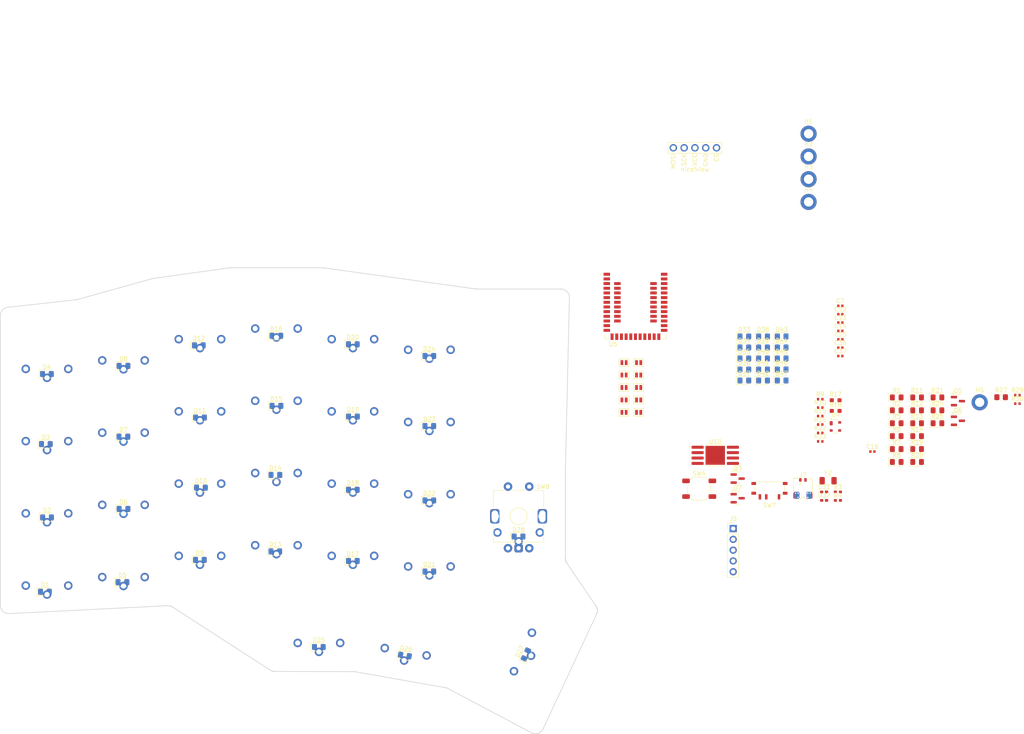
<source format=kicad_pcb>
(kicad_pcb (version 20241229) (generator "pcbnew") (generator_version "9.0")
  (title_block (title "tutorial") (rev "v1.0.0") (company "Unknown"))
  (layers (0 "F.Cu" signal) (2 "B.Cu" signal) (13 "F.Paste" user) (15 "B.Paste" user) (5 "F.SilkS" user "F.Silkscreen") (7 "B.SilkS" user "B.Silkscreen") (1 "F.Mask" user) (3 "B.Mask" user) (25 "Edge.Cuts" user))
  (net 0 "")
  (net 1 "SWDIO")
  (net 2 "RST")
  (net 3 "Case")
  (net 4 "+5V")
  (net 5 "+VSW")
  (net 6 "+3.3V")
  (net 7 "SWDCLK")
  (net 8 "Net-(D1-A)")
  (net 9 "ROW3")
  (net 10 "ROW2")
  (net 11 "Net-(D2-A)")
  (net 12 "ROW1")
  (net 13 "Net-(D3-A)")
  (net 14 "ROW0")
  (net 15 "Net-(D4-A)")
  (net 16 "Net-(D5-A)")
  (net 17 "Net-(D6-A)")
  (net 18 "Net-(D7-A)")
  (net 19 "Net-(D8-A)")
  (net 20 "Net-(D9-A)")
  (net 21 "Net-(D10-A)")
  (net 22 "Net-(D11-A)")
  (net 23 "Net-(D12-A)")
  (net 24 "Net-(D13-A)")
  (net 25 "Net-(D14-A)")
  (net 26 "Net-(D15-A)")
  (net 27 "Net-(D16-A)")
  (net 28 "Net-(D17-A)")
  (net 29 "Net-(D18-A)")
  (net 30 "Net-(D19-A)")
  (net 31 "Net-(D20-A)")
  (net 32 "Net-(D21-A)")
  (net 33 "Net-(D22-A)")
  (net 34 "Net-(D23-A)")
  (net 35 "Net-(D24-A)")
  (net 36 "ROW4")
  (net 37 "Net-(D25-A)")
  (net 38 "Net-(D26-A)")
  (net 39 "Net-(D27-A)")
  (net 40 "Net-(D28-A)")
  (net 41 "Net-(D31-K)")
  (net 42 "Net-(D32-K)")
  (net 43 "LED_PWR")
  (net 44 "Net-(D33-K)")
  (net 45 "MOSI")
  (net 46 "SCK")
  (net 47 "+BATT")
  (net 48 "Net-(J2-CC1)")
  (net 49 "Net-(J2-CC2)")
  (net 50 "Net-(U10-CHRG)")
  (net 51 "Net-(U10-STDBY)")
  (net 52 "Net-(U10-PROG)")
  (net 53 "EncoderTermB")
  (net 54 "EncoderTermA")
  (net 55 "Vsense")
  (net 56 "COL0")
  (net 57 "COL1")
  (net 58 "COL2")
  (net 59 "COL3")
  (net 60 "COL4")
  (net 61 "COL5")
  (net 62 "Net-(D34-K)")
  (net 64 "D-")
  (net 65 "D+")
  (net 67 "Net-(D35-K)")
  (net 74 "CS")
  (net 96 "Net-(D36-K)")
  (net 97 "Net-(D37-K)")
  (net 98 "Net-(D38-K)")
  (net 99 "Net-(D39-K)")
  (net 100 "Net-(D40-K)")
  (net 101 "Net-(D41-K)")
  (net 102 "Net-(D42-K)")
  (net 103 "Net-(D43-K)")
  (net 104 "Net-(D44-K)")
  (net 105 "Net-(D45-K)")
  (net 106 "Net-(D46-K)")
  (net 107 "Net-(D47-K)")
  (net 108 "Net-(F2-Pad1)")
  (net 109 "Net-(J7-Pin_1)")
  (net 110 "Net-(Q5-G)")
  (net 111 "Net-(Q5-D)")
  (net 112 "Net-(R23-Pad2)")
  (net 113 "LED_Ctrl")
  (net 114 "Vsense_EN")
  (net 115 "Net-(JP1-B)")
  (net 116 "Net-(JP2-B)")
  (net 117 "Net-(JP3-B)")
  (net 118 "Net-(JP4-B)")
  (net 119 "Net-(JP10-B)")
  (footprint "reversible_skyline:reversible_D_0805_2012Metric_Pad1.15x1.40mm_HandSolder" (layer "F.Cu") (at 167.975 120.75)
    (property "Reference" "D7")
    (property "Value" "D_Small")
  )
  (footprint "PCM_marbastlib-xp-choc:SW_choc_Reversible_1u" (layer "F.Cu") (at 240 96.5)
    (property "Reference" "S24" (hide yes))
    (property "Value" "choc_v1_SW_solder")
  )
  (footprint "LED_SMD:LED_0402_1005Metric_Pad0.77x0.64mm_HandSolder" (layer "F.Cu") (at 332.9025 133.76)
    (property "Reference" "D31")
    (property "Value" "orange")
  )
  (footprint "reversible_skyline:reversible_D_0805_2012Metric_Pad1.15x1.40mm_HandSolder" (layer "F.Cu") (at 168 104.09)
    (property "Reference" "D8")
    (property "Value" "D_Small")
  )
  (footprint "Resistor_SMD:R_0402_1005Metric" (layer "F.Cu") (at 378.4 112.97)
    (property "Reference" "R30")
    (property "Value" "10k")
  )
  (footprint "LED_SMD:LED_0805_2012Metric_Pad1.15x1.40mm_HandSolder" (layer "F.Cu") (at 359.585 111.505)
    (property "Reference" "R21")
    (property "Value" "1.5k")
  )
  (footprint "PCM_marbastlib-xp-choc:SW_choc_Reversible_1u" (layer "F.Cu") (at 186 94)
    (property "Reference" "S12" (hide yes))
    (property "Value" "choc_v1_SW_solder")
  )
  (footprint "LED_SMD:LED_0805_2012Metric_Pad1.15x1.40mm_HandSolder" (layer "F.Cu") (at 349.995 120.625)
    (property "Reference" "R6")
    (property "Value" "1.5k")
  )
  (footprint "Resistor_SMD:R_0402_1005Metric" (layer "F.Cu") (at 331.9925 111.92)
    (property "Reference" "R9")
    (property "Value" "1k5")
  )
  (footprint "reversible_skyline:reversible_D_0805_2012Metric_Pad1.15x1.40mm_HandSolder" (layer "F.Cu") (at 185.975 149.75)
    (property "Reference" "D9")
    (property "Value" "D_Small")
  )
  (footprint "reversible_skyline:reversible_D_0805_2012Metric_Pad1.15x1.40mm_HandSolder" (layer "F.Cu") (at 322.92 99.75)
    (property "Reference" "D44")
    (property "Value" "LED")
  )
  (footprint "Resistor_SMD:R_0402_1005Metric" (layer "F.Cu") (at 378.4 110.98)
    (property "Reference" "R29")
    (property "Value" "10k")
  )
  (footprint "PCM_marbastlib-xp-choc:SW_choc_Reversible_1u" (layer "F.Cu") (at 186 111)
    (property "Reference" "S11" (hide yes))
    (property "Value" "choc_v1_SW_solder")
  )
  (footprint "reversible_skyline:reversible_D_0805_2012Metric_Pad1.15x1.40mm_HandSolder" (layer "F.Cu") (at 221.975 133.25)
    (property "Reference" "D18")
    (property "Value" "D_Small")
  )
  (footprint "reversible_skyline:reversible_D_0805_2012Metric_Pad1.15x1.40mm_HandSolder" (layer "F.Cu") (at 186 116.25)
    (property "Reference" "D11")
    (property "Value" "D_Small")
  )
  (footprint "LED_SMD:LED_0805_2012Metric_Pad1.15x1.40mm_HandSolder" (layer "F.Cu") (at 349.995 117.585)
    (property "Reference" "R5")
    (property "Value" "1.5k")
  )
  (footprint "reversible_skyline:reversible_D_0805_2012Metric_Pad1.15x1.40mm_HandSolder" (layer "F.Cu") (at 314.13 102.34)
    (property "Reference" "D35")
    (property "Value" "LED")
  )
  (footprint "reversible_skyline:reversible_D_0805_2012Metric_Pad1.15x1.40mm_HandSolder" (layer "F.Cu") (at 149.725 122.5)
    (property "Reference" "D3")
    (property "Value" "D_Small")
  )
  (footprint "Connector_PinHeader_2.54mm:PinHeader_1x05_P2.54mm_Vertical" (layer "F.Cu") (at 311.5 142.38)
    (property "Reference" "J5")
    (property "Value" "Conn_01x05")
  )
  (footprint "LED_SMD:LED_0805_2012Metric_Pad1.15x1.40mm_HandSolder" (layer "F.Cu") (at 359.585 114.545)
    (property "Reference" "R24")
    (property "Value" "1.5k")
  )
  (footprint "Capacitor_SMD:C_0402_1005Metric" (layer "F.Cu") (at 336.7225 101.77)
    (property "Reference" "C37")
    (property "Value" "0.1u")
  )
  (footprint "reversible_skyline:reversible_D_0805_2012Metric_Pad1.15x1.40mm_HandSolder" (layer "F.Cu") (at 150 139.75)
    (property "Reference" "D2")
    (property "Value" "D_Small")
  )
  (footprint "reversible_skyline:reversible_D_0805_2012Metric_Pad1.15x1.40mm_HandSolder" (layer "F.Cu") (at 203.725 147.75)
    (property "Reference" "D13")
    (property "Value" "D_Small")
  )
  (footprint "Capacitor_SMD:C_0402_1005Metric" (layer "F.Cu") (at 336.7225 93.89)
    (property "Reference" "C13")
    (property "Value" "1u")
  )
  (footprint "reversible_skyline:Jumper_solder" (layer "F.Cu") (at 285.81362 115.034)
    (property "Reference" "JP5" (hide yes))
    (property "Value" "SolderJumper_2_Open" (hide yes))
  )
  (footprint "LED_SMD:LED_0805_2012Metric_Pad1.15x1.40mm_HandSolder" (layer "F.Cu") (at 349.995 126.705)
    (property "Reference" "R8")
    (property "Value" "1.5k")
  )
  (footprint "reversible_skyline:reversible_D_0805_2012Metric_Pad1.15x1.40mm_HandSolder" (layer "F.Cu") (at 213.975 170.25)
    (property "Reference" "D25")
    (property "Value" "D_Small")
  )
  (footprint "PCM_marbastlib-various:ROT_Alps_EC11E-Switch" (layer "F.Cu") (at 261 139.5)
    (property "Reference" "SW8")
    (property "Value" "RotaryEncoder_Switch")
  )
  (footprint "reversible_skyline:reversible_D_0805_2012Metric_Pad1.15x1.40mm_HandSolder" (layer "F.Cu") (at 318.525 104.93)
    (property "Reference" "D41")
    (property "Value" "LED")
  )
  (footprint "reversible_skyline:reversible_D_0805_2012Metric_Pad1.15x1.40mm_HandSolder" (layer "F.Cu") (at 314.13 97.16)
    (property "Reference" "D33")
    (property "Value" "LED")
  )
  (footprint "reversible_skyline:Jumper_solder" (layer "F.Cu") (at 285.81362 106.25)
    (property "Reference" "JP2" (hide yes))
    (property "Value" "SolderJumper_2_Open" (hide yes))
  )
  (footprint "reversible_skyline:reversible_D_0805_2012Metric_Pad1.15x1.40mm_HandSolder" (layer "F.Cu") (at 234.225 172.25 -10)
    (property "Reference" "D26")
    (property "Value" "D_Small")
  )
  (footprint "Package_TO_SOT_SMD:SOT-143" (layer "F.Cu") (at 335.5725 118.345)
    (property "Reference" "U4")
    (property "Value" "PRTR5V0U2X")
  )
  (footprint "PCM_marbastlib-xp-choc:SW_choc_Reversible_1u" (layer "F.Cu") (at 261 139.5)
    (property "Reference" "S28" (hide yes))
    (property "Value" "choc_v1_SW_solder")
  )
  (footprint "PCM_marbastlib-xp-choc:SW_choc_Reversible_1u" (layer "F.Cu") (at 240 130.5)
    (property "Reference" "S22" (hide yes))
    (property "Value" "choc_v1_SW_solder")
  )
  (footprint "reversible_skyline:reversible_D_0805_2012Metric_Pad1.15x1.40mm_HandSolder" (layer "F.Cu") (at 204 113.5)
    (property "Reference" "D15")
    (property "Value" "D_Small")
  )
  (footprint "PCM_marbastlib-xp-choc:SW_choc_Reversible_1u" (layer "F.Cu") (at 168 99)
    (property "Reference" "S8" (hide yes))
    (property "Value" "choc_v1_SW_solder")
  )
  (footprint "reversible_skyline:reversible_D_0805_2012Metric_Pad1.15x1.40mm_HandSolder" (layer "F.Cu") (at 260.975 144.25)
    (property "Reference" "D28")
    (property "Value" "D_Small")
  )
  (footprint "Resistor_SMD:R_0805_2012Metric_Pad1.20x1.40mm_HandSolder" (layer "F.Cu") (at 374.57 111.46)
    (property "Reference" "R27")
    (property "Value" "47")
  )
  (footprint "reversible_skyline:reversible_D_0805_2012Metric_Pad1.15x1.40mm_HandSolder" (layer "F.Cu") (at 168 137.75)
    (property "Reference" "D6")
    (property "Value" "D_Small")
  )
  (footprint "reversible_skyline:reversible_D_0805_2012Metric_Pad1.15x1.40mm_HandSolder" (layer "F.Cu") (at 318.525 99.75)
    (property "Reference" "D39")
    (property "Value" "LED")
  )
  (footprint "reversible_skyline:reversible_D_0805_2012Metric_Pad1.15x1.40mm_HandSolder" (layer "F.Cu") (at 322.92 104.93)
    (property "Reference" "D46")
    (property "Value" "LED")
  )
  (footprint "reversible_skyline:reversible_D_0805_2012Metric_Pad1.15x1.40mm_HandSolder" (layer "F.Cu") (at 318.525 107.52)
    (property "Reference" "D42")
    (property "Value" "LED")
  )
  (footprint "reversible_skyline:reversible_D_0805_2012Metric_Pad1.15x1.40mm_HandSolder" (layer "F.Cu") (at 318.525 102.34)
    (property "Reference" "D40")
    (property "Value" "LED")
  )
  (footprint "PCM_marbastlib-xp-choc:SW_choc_Reversible_1u" (layer "F.Cu") (at 235.075961 167.631759 -10)
    (property "Reference" "S26" (hide yes))
    (property "Value" "choc_v1_SW_solder")
  )
  (footprint "PCM_marbastlib-various:SW_SPST_SKQG_WithStem" (layer "F.Cu") (at 303.5 133)
    (property "Reference" "SW4")
    (property "Value" "RST")
  )
  (footprint "LED_SMD:LED_0805_2012Metric_Pad1.15x1.40mm_HandSolder" (layer "F.Cu") (at 354.79 120.625)
    (property "Reference" "R14")
    (property "Value" "1.5k")
  )
  (footprint "Capacitor_SMD:C_0402_1005Metric" (layer "F.Cu") (at 336.7225 99.8)
    (property "Reference" "C36")
    (property "Value" "0.1u")
  )
  (footprint "PCM_marbastlib-xp-choc:SW_choc_Reversible_1u" (layer "F.Cu") (at 204 142.5)
    (property "Reference" "S13" (hide yes))
    (property "Value" "choc_v1_SW_solder")
  )
  (footprint "reversible_skyline:reversible_D_0805_2012Metric_Pad1.15x1.40mm_HandSolder" (layer "F.Cu") (at 149.5 157.25)
    (property "Reference" "D1")
    (property "Value" "D_Small")
  )
  (footprint "Resistor_SMD:R_0402_1005Metric_Pad0.72x0.64mm_HandSolder" (layer "F.Cu") (at 336.1525 135.75)
    (property "Reference" "R4")
    (property "Value" "5.1k")
  )
  (footprint "Fuse:Fuse_1206_3216Metric" (layer "F.Cu") (at 333.8425 131.12)
    (property "Reference" "F2")
    (property "Value" "500mA")
  )
  (footprint "reversible_skyline:reversible_D_0805_2012Metric_Pad1.15x1.40mm_HandSolder" (layer "F.Cu") (at 203.975 97)
    (property "Reference" "D16")
    (property "Value" "D_Small")
  )
  (footprint "LED_SMD:LED_0805_2012Metric_Pad1.15x1.40mm_HandSolder" (layer "F.Cu") (at 349.995 111.505)
    (property "Reference" "R1")
    (property "Value" "1.5k")
  )
  (footprint "PCM_marbastlib-xp-choc:SW_choc_Reversible_1u" (layer "F.Cu") (at 168 133)
    (property "Reference" "S6" (hide yes))
    (property "Value" "choc_v1_SW_solder")
  )
  (footprint "Package_TO_SOT_SMD:SOT-23" (layer "F.Cu") (at 312.5525 130.615)
    (property "Reference" "Q3")
    (property "Value" "AO3401A")
  )
  (footprint "reversible_skyline:reversible_D_0805_2012Metric_Pad1.15x1.40mm_HandSolder" (layer "F.Cu") (at 239.975 135.75)
    (property "Reference" "D22")
    (property "Value" "D_Small")
  )
  (footprint "Package_TO_SOT_SMD:SOT-23" (layer "F.Cu") (at 364.4 112.385)
    (property "Reference" "Q5")
    (property "Value" "2N7002")
  )
  (footprint "Resistor_SMD:R_0402_1005Metric" (layer "F.Cu") (at 331.9925 113.91)
    (property "Reference" "R10")
    (property "Value" "1k5")
  )
  (footprint "Capacitor_SMD:C_0402_1005Metric" (layer "F.Cu") (at 336.7225 89.95)
    (property "Reference" "C7")
    (property "Value" "4u7")
  )
  (footprint "LED_SMD:LED_0805_2012Metric_Pad1.15x1.40mm_HandSolder" (layer "F.Cu") (at 354.79 111.505)
    (property "Reference" "R11")
    (property "Value" "1.5k")
  )
  (footprint "LED_SMD:LED_0805_2012Metric_Pad1.15x1.40mm_HandSolder" (layer "F.Cu") (at 354.79 114.545)
    (property "Reference" "R12")
    (property "Value" "1.5k")
  )
  (footprint "reversible_skyline:reversible_D_0805_2012Metric_Pad1.15x1.40mm_HandSolder" (layer "F.Cu") (at 186.225 132.75)
    (property "Reference" "D10")
    (property "Value" "D_Small")
  )
  (footprint "reversible_skyline:Jumper_solder" (layer "F.Cu") (at 289.24962 115.034)
    (property "Reference" "JP10" (hide yes))
    (property "Value" "SolderJumper_2_Open" (hide yes))
  )
  (footprint "PCM_marbastlib-xp-choc:SW_choc_Reversible_1u" (layer "F.Cu") (at 186 145)
    (property "Reference" "S9" (hide yes))
    (property "Value" "choc_v1_SW_solder")
  )
  (footprint "reversible_skyline:reversible_D_0805_2012Metric_Pad1.15x1.40mm_HandSolder" (layer "F.Cu") (at 185.725 99.25)
    (property "Reference" "D12")
    (property "Value" "D_Small")
  )
  (footprint "PCM_marbastlib-xp-choc:SW_choc_Reversible_1u" (layer "F.Cu") (at 258.571776 169.813052 65)
    (property "Reference" "S27" (hide yes))
    (property "Value" "choc_v1_SW_solder")
  )
  (footprint "reversible_skyline:reversible_D_0805_2012Metric_Pad1.15x1.40mm_HandSolder" (layer "F.Cu") (at 203.75 129.75)
    (property "Reference" "D14")
    (property "Value" "D_Small")
  )
  (footprint "reversible_skyline:reversible_D_0805_2012Metric_Pad1.15x1.40mm_HandSolder" (layer "F.Cu") (at 314.13 107.52)
    (property "Reference" "D37")
    (property "Value" "LED")
  )
  (footprint "PCM_marbastlib-xp-choc:SW_choc_Reversible_1u" (layer "F.Cu") (at 150 101)
    (property "Reference" "S4" (hide yes))
    (property "Value" "choc_v1_SW_solder")
  )
  (footprint "MountingHole:MountingHole_2.2mm_M2_DIN965_Pad" (layer "F.Cu") (at 369.52 112.66)
    (property "Reference" "H5")
    (property "Value" "MountingHole")
  )
  (footprint "reversible_skyline:reversible_D_0805_2012Metric_Pad1.15x1.40mm_HandSolder" (layer "F.Cu") (at 149.975 106)
    (property "Reference" "D4")
    (property "Value" "D_Small")
  )
  (footprint "MountingHole:MountingHole_2.2mm_M2_DIN965_Pad" (layer "F.Cu") (at 329.25 60.15)
    (property "Reference" "H3")
    (property "Value" "MountingHole")
  )
  (footprint "LED_SMD:LED_0402_1005Metric_Pad0.77x0.64mm_HandSolder" (layer "F.Cu") (at 332.9025 135.75)
    (property "Reference" "D32")
    (property "Value" "green")
  )
  (footprint "Capacitor_SMD:C_0402_1005Metric" (layer "F.Cu") (at 336.7225 95.86)
    (property "Reference" "C14")
    (property "Value" "1u")
  )
  (footprint "PCM_marbastlib-xp-choc:SW_choc_Reversible_1u" (layer "F.Cu") (at 168 116)
    (property "Reference" "S7" (hide yes))
    (property "Value" "choc_v1_SW_solder")
  )
  (footprint "nice_view:nice_view" (layer "F.Cu") (at 302.5 36.25)
    (property "Reference" "OLED1")
    (property "Value" "nice!view")
  )
  (footprint "reversible_skyline:Jumper_solder" (layer "F.Cu") (at 289.24962 103.322)
    (property "Reference" "JP6" (hide yes))
    (property "Value" "SolderJumper_2_Open" (hide yes))
  )
  (footprint "PCM_marbastlib-various:SW_MSK12C02-HB" (layer "F.Cu") (at 320.0375 132.915)
    (property "Reference" "SW7")
    (property "Value" "PWR")
  )
  (footprint "Resistor_SMD:R_0402_1005Metric_Pad0.72x0.64mm_HandSolder" (layer "F.Cu") (at 336.1525 133.76)
    (property "Reference" "R3")
    (property "Value" "5.1k")
  )
  (footprint "Resistor_SMD:R_0402_1005Metric" (layer "F.Cu") (at 331.9925 121.87)
    (property "Reference" "R23")
    (property "Value" "2M")
  )
  (footprint "PCM_marbastlib-xp-choc:SW_choc_Reversible_1u" (layer "F.Cu") (at 150 152)
    (property "Reference" "S1" (hide yes))
    (property "Value" "choc_v1_SW_solder")
  )
  (footprint "PCM_marbastlib-xp-choc:SW_choc_Reversible_1u" (layer "F.Cu") (at 204 125.5)
    (property "Reference" "S14" (hide yes))
    (property "Value" "choc_v1_SW_solder")
  )
  (footprint "reversible_skyline:Jumper_solder" (layer "F.Cu") (at 289.24962 112.106)
    (property "Reference" "JP9" (hide yes))
    (property "Value" "SolderJumper_2_Open" (hide yes))
  )
  (footprint "PCM_marbastlib-xp-choc:SW_choc_Reversible_1u" (layer "F.Cu") (at 222 128)
    (property "Reference" "S18" (hide yes))
    (property "Value" "choc_v1_SW_solder")
  )
  (footprint "Resistor_SMD:R_0402_1005Metric" (layer "F.Cu") (at 331.9925 115.9)
    (property "Reference" "R15")
    (property "Value" "5k")
  )
  (footprint "reversible_skyline:reversible_D_0805_2012Metric_Pad1.15x1.40mm_HandSolder" (layer "F.Cu") (at 318.525 97.16)
    (property "Reference" "D38")
    (property "Value" "LED")
  )
  (footprint "Resistor_SMD:R_0603_1608Metric_Pad0.98x0.95mm_HandSolder" (layer "F.Cu") (at 335.6225 114.69)
    (property "Reference" "R18")
    (property "Value" "5k")
  )
  (footprint "PCM_marbastlib-xp-choc:SW_choc_Reversible_1u" (layer "F.Cu") (at 240 113.5)
    (property "Reference" "S23" (hide yes))
    (property "Value" "choc_v1_SW_solder")
  )
  (footprint "PCM_marbastlib-xp-choc:SW_choc_Reversible_1u" (layer "F.Cu") (at 222 145)
    (property "Reference" "S17" (hide yes))
    (property "Value" "choc_v1_SW_solder")
  )
  (footprint "reversible_skyline:reversible_D_0805_2012Metric_Pad1.15x1.40mm_HandSolder" (layer "F.Cu") (at 239.975 152.5)
    (property "Reference" "D21")
    (property "Value" "D_Small")
  )
  (footprint "LED_SMD:LED_0805_2012Metric_Pad1.15x1.40mm_HandSolder" (layer "F.Cu") (at 349.995 123.665)
    (property "Reference" "R7")
    (property "Value" "1.5k")
  )
  (footprint "reversible_skyline:reversible_D_0805_2012Metric_Pad1.15x1.40mm_HandSolder" (layer "F.Cu") (at 314.13 99.75)
    (property "Reference" "D34")
    (property "Value" "LED")
  )
  (footprint "PCM_marbastlib-various:Molex_Pico-EZmate_78171-0002_1x02-1MP_P1.20mm_Vertical" (layer "F.Cu") (at 327.9125 132.8)
    (property "Reference" "J7")
    (property "Value" "Battery")
  )
  (footprint "PCM_marbastlib-xp-choc:SW_choc_Reversible_1u" (layer "F.Cu") (at 204 108.5)
    (property "Reference" "S15" (hide yes))
    (property "Value" "choc_v1_SW_solder")
  )
  (footprint "reversible_skyline:reversible_D_0805_2012Metric_Pad1.15x1.40mm_HandSolder" (layer "F.Cu") (at 221.975 99)
    (property "Reference" "D20")
    (property "Value" "D_Small")
  )
  (footprint "reversible_skyline:reversible_D_0805_2012Metric_Pad1.15x1.40mm_HandSolder" (layer "F.Cu") (at 322.92 97.16)
    (property "Reference" "D43")
    (property "Value" "LED")
  )
  (footprint "PCM_marbastlib-xp-choc:SW_choc_Reversible_1u" (layer "F.Cu") (at 150 135)
    (property "Reference" "S2" (hide yes))
    (property "Value" "choc_v1_SW_solder")
  )
  (footprint "reversible_skyline:reversible_D_0805_2012Metric_Pad1.15x1.40mm_HandSolder" (layer "F.Cu") (at 262.725 172 65)
    (property "Reference" "D27")
    (property "Value" "D_Small")
  )
  (footprint "LED_SMD:LED_0805_2012Metric_Pad1.15x1.40mm_HandSolder" (layer "F.Cu") (at 349.995 114.545)
    (property "Reference" "R2")
    (property "Value" "1.5k")
  )
  (footprint "Capacitor_SMD:C_0402_1005Metric" (layer "F.Cu") (at 336.7225 91.92)
    (property "Reference" "C12")
    (property "Value" "0.1uF")
  )
  (footprint "reversible_skyline:Jumper_solder" (layer "F.Cu") (at 285.81362 109.178)
    (property "Reference" "JP3" (hide yes))
    (property "Value" "SolderJumper_2_Open" (hide yes))
  )
  (footprint "PCM_marbastlib-xp-choc:SW_choc_Reversible_1u" (layer "F.Cu") (at 150 118)
    (property "Reference" "S3" (hide yes))
    (property "Value" "choc_v1_SW_solder")
  )
  (footprint "reversible_skyline:reversible_D_0805_2012Metric_Pad1.15x1.40mm_HandSolder" (layer "F.Cu") (at 239.975 118.25)
    (property "Reference" "D23")
    (property "Value" "D_Small")
  )
  (footprint "PCM_marbastlib-xp-choc:SW_choc_Reversible_1u" (layer "F.Cu") (at 222 111)
    (property "Reference" "S19" (hide yes))
    (property "Value" "choc_v1_SW_solder")
  )
  (footprint "reversible_skyline:reversible_D_0805_2012Metric_Pad1.15x1.40mm_HandSolder" (layer "F.Cu") (at 322.92 102.34)
    (property "Reference" "D45")
    (property "Value" "LED")
  )
  (footprint "Package_TO_SOT_SMD:SOT-23" (layer "F.Cu") (at 312.5525 135.24)
    (property "Reference" "U7")
    (property "Value" "XC6206PxxxMR")
  )
  (footprint "Resistor_SMD:R_0402_1005Metric" (layer "F.Cu") (at 331.9925 117.89)
    (property "Reference" "R16")
    (property "Value" "1k5")
  )
  (footprint "PCM_marbastlib-xp-choc:SW_choc_Reversible_1u" (layer "F.Cu") (at 214 165.5)
    (property "Reference" "S25" (hide yes))
    (property "Value" "choc_v1_SW_solder")
  )
  (footprint "Capacitor_SMD:C_0402_1005Metric" (layer "F.Cu") (at 336.7225 97.83)
    (property "Reference" "C15")
    (property "Value" "0.1u")
  )
  (footprint "Package_TO_SOT_SMD:SOT-23" (layer "F.Cu") (at 364.4 117.01)
    (property "Reference" "Q6")
    (property "Value" "AO3401A")
  )
  (footprint "PCM_marbastlib-xp-choc:SW_choc_Reversible_1u" (layer "F.Cu") (at 168 150)
    (property "Reference" "S5" (hide yes))
    (property "Value" "choc_v1_SW_solder")
  )
  (footprint "MountingHole:MountingHole_2.2mm_M2_DIN965_Pad" (layer "F.Cu") (at 329.25 65.5)
    (property "Reference" "H4")
    (property "Value" "MountingHole")
  )
  (footprint "reversible_skyline:reversible_D_0805_2012Metric_Pad1.15x1.40mm_HandSolder" (layer "F.Cu") (at 167.75 155)
    (property "Reference" "D5")
    (property "Value" "D_Small")
  )
  (footprint "reversible_skyline:reversible_D_0805_2012Metric_Pad1.15x1.40mm_HandSolder" (layer "F.Cu") (at 239.975 101.75)
    (property "Reference" "D24")
    (property "Value" "D_Small")
  )
  (footprint "LED_SMD:LED_0805_2012Metric_Pad1.15x1.40mm_HandSolder" (layer "F.Cu") (at 354.79 123.665)
    (property "Reference" "R19")
    (property "Value" "1.5k")
  )
  (footprint "reversible_skyline:reversible_D_0805_2012Metric_Pad1.15x1.40mm_HandSolder" (layer "F.Cu") (at 322.92 107.52)
    (property "Reference" "D47")
    (property "Value" "LED")
  )
  (footprint "LED_SMD:LED_0805_2012Metric_Pad1.15x1.40mm_HandSolder" (layer "F.Cu") (at 354.79 126.705)
    (property "Reference" "R20")
    (property "Value" "1.5k")
  )
  (footprint "Resistor_SMD:R_0603_1608Metric_Pad0.98x0.95mm_HandSolder" (layer "F.Cu") (at 335.6225 112.18)
    (property "Reference" "R17")
    (property "Value" "5k")
  )
  (footprint "MountingHole:MountingHole_2.2mm_M2_DIN965_Pad" (layer "F.Cu") (at 329.25 54.8)
    (property "Reference" "H2")
    (property "Value" "MountingHole")
  )
  (footprint "reversible_skyline:Jumper_solder" (layer "F.Cu") (at 289.24962 106.25)
    (property "Reference" "JP7" (hide yes))
    (property "Value" "SolderJumper_2_Open" (hide yes))
  )
  (footprint "PCM_marbastlib-xp-choc:SW_choc_Reversible_1u" (layer "F.Cu") (at 204 91.5)
    (property "Reference" "S16" (hide yes))
    (property "Value" "choc_v1_SW_solder")
  )
  (footprint "Capacitor_SMD:C_0402_1005Metric" (layer "F.Cu") (at 344.27 124.25)
    (property "Reference" "C16")
    (property "Value" "0.1u")
  )
  (footprint "PCM_marbastlib-xp-choc:SW_choc_Reversible_1u" (layer "F.Cu") (at 222 94)
    (property "Reference" "S20" (hide yes))
    (property "Value" "choc_v1_SW_solder")
  )
  (footprint "reversible_skyline:Jumper_solder" (layer "F.Cu") (at 285.81362 103.322)
    (property "Reference" "JP1" (hide yes))
    (property "Value" "SolderJumper_2_Open" (hide yes))
  )
  (footprint "PCM_marbastlib-xp-choc:SW_choc_Reversible_1u" (layer "F.Cu") (at 240 147.5)
    (property "Reference" "S21" (hide yes))
    (property "Value" "choc_v1_SW_solder")
  )
  (footprint "reversible_skyline:reversible_D_0805_2012Metric_Pad1.15x1.40mm_HandSolder" (layer "F.Cu") (at 222 116)
    (property "Reference" "D19")
    (property "Value" "D_Small")
  )
  (footprint "reversible_skyline:reversible_D_0805_2012Metric_Pad1.15x1.40mm_HandSolder" (layer "F.Cu") (at 314.13 104.93)
    (property "Reference" "D36")
    (property "Value" "LED")
  )
  (footprint "LED_SMD:LED_0805_2012Metric_Pad1.15x1.40mm_HandSolder" (layer "F.Cu") (at 354.79 117.585)
    (property "Reference" "R13")
    (property "Value" "1.5k")
  )
  (footprint "reversible_skyline:Jumper_solder" (layer "F.Cu") (at 285.81362 112.106)
    (property "Reference" "JP4" (hide yes))
    (property "Value" "SolderJumper_2_Open" (hide yes))
  )
  (footprint "Resistor_SMD:R_0402_1005Metric" (layer "F.Cu") (at 331.9925 119.88)
    (property "Reference" "R22")
    (property "Value" "806k")
  )
  (footprint "MountingHole:MountingHole_2.2mm_M2_DIN965_Pad" (layer "F.Cu") (at 329.25 49.45)
    (property "Reference" "H1")
    (property "Value" "MountingHole")
  )
  (footprint "reversible_skyline:reversible_D_0805_2012Metric_Pad1.15x1.40mm_HandSolder" (layer "F.Cu") (at 221.975 150)
    (property "Reference" "D17")
    (property "Value" "D_Small")
  )
  (footprint "reversible_skyline:Jumper_solder" (layer "F.Cu") (at 289.24962 109.178)
    (property "Reference" "JP8" (hide yes))
    (property "Value" "SolderJumper_2_Open" (hide yes))
  )
  (footprint "PCM_marbastlib-xp-choc:SW_choc_Reversible_1u" (layer "F.Cu") (at 186 128)
    (property "Reference" "S10" (hide yes))
    (property "Value" "choc_v1_SW_solder")
  )
  (footprint "Package_SO:SOP-8-1EP_4.57x4.57mm_P1.27mm_EP4.57x4.45mm" (layer "F.Cu") (at 307.2825 125.14)
    (property "Reference" "U10")
    (property "Value" "TP4056")
  )
  (footprint "LED_SMD:LED_0805_2012Metric_Pad1.15x1.40mm_HandSolder" (layer "F.Cu") (at 359.585 117.585)
    (property "Reference" "R25")
    (property "Value" "1.5k")
  )
  (footprint "PCM_marbastlib-various:nRF52840_holyiot_18010" (layer "F.Cu") (at 288.5 88.219)
    (property "Reference" "U5")
    (property "Value" "nRF52840_holyiot_18010")
  )
  (gr_arc (start 266.762226 189.51625) (mid 265.585699 190.567166) (end 264.013423 190.438372) (stroke (width 0.15)) (layer "Edge.Cuts"))
  (gr_arc (start 222.248016 176.061562) (mid 222.419117 176.069444) (end 222.588916 176.091936) (stroke (width 0.15)) (layer "Edge.Cuts"))
  (gr_line (start 215.136912 81.019016) (end 250.863088 85.980984) (stroke (width 0.15)) (layer "Edge.Cuts"))
  (gr_arc (start 214.861775 81.000001) (mid 214.999672 81.004761) (end 215.136912 81.019016) (stroke (width 0.15)) (layer "Edge.Cuts"))
  (gr_line (start 272.952407 88.046499) (end 272.000541 128.976754) (stroke (width 0.15)) (layer "Edge.Cuts"))
  (gr_line (start 202.507557 175.681964) (end 179.495362 160.819921) (stroke (width 0.15)) (layer "Edge.Cuts"))
  (gr_arc (start 139.006492 92.287763) (mid 139.516236 90.953919) (end 140.78563 90.299995) (stroke (width 0.15)) (layer "Edge.Cuts"))
  (gr_line (start 140.78563 90.299995) (end 156.846842 88.515416) (stroke (width 0.15)) (layer "Edge.Cuts"))
  (gr_arc (start 272.351904 150.50635) (mid 272.094795 149.97053) (end 272.006493 149.382813) (stroke (width 0.15)) (layer "Edge.Cuts"))
  (gr_line (start 251.138225 86) (end 270.952948 86) (stroke (width 0.15)) (layer "Edge.Cuts"))
  (gr_line (start 178.362892 160.529857) (end 141.106368 162.392683) (stroke (width 0.15)) (layer "Edge.Cuts"))
  (gr_line (start 157.262671 88.427036) (end 174.87172 83.535633) (stroke (width 0.15)) (layer "Edge.Cuts"))
  (gr_line (start 243.775159 179.827642) (end 222.588916 176.091936) (stroke (width 0.15)) (layer "Edge.Cuts"))
  (gr_arc (start 279.187843 160.573367) (mid 279.526842 161.536886) (end 279.34587 162.542141) (stroke (width 0.15)) (layer "Edge.Cuts"))
  (gr_line (start 264.013423 190.438372) (end 244.36405 180.0299) (stroke (width 0.15)) (layer "Edge.Cuts"))
  (gr_arc (start 174.87172 83.535634) (mid 175.000899 83.504335) (end 175.131871 83.481685) (stroke (width 0.15)) (layer "Edge.Cuts"))
  (gr_arc (start 251.144718 85.997677) (mid 251.006821 85.992917) (end 250.869581 85.978662) (stroke (width 0.15)) (layer "Edge.Cuts"))
  (gr_arc (start 222.254509 176.059239) (mid 222.42561 176.067121) (end 222.595409 176.089613) (stroke (width 0.15)) (layer "Edge.Cuts"))
  (gr_arc (start 272.006493 129.02093) (mid 272.006628 128.997679) (end 272.007034 128.974431) (stroke (width 0.15)) (layer "Edge.Cuts"))
  (gr_arc (start 192.863088 81.019015) (mid 193.000328 81.004759) (end 193.138225 81) (stroke (width 0.15)) (layer "Edge.Cuts"))
  (gr_arc (start 214.868268 80.997678) (mid 215.006165 81.002438) (end 215.143405 81.016693) (stroke (width 0.15)) (layer "Edge.Cuts"))
  (gr_line (start 175.131871 83.481685) (end 192.863088 81.019016) (stroke (width 0.15)) (layer "Edge.Cuts"))
  (gr_arc (start 157.161267 88.454684) (mid 157.005272 88.491353) (end 156.846842 88.515416) (stroke (width 0.15)) (layer "Edge.Cuts"))
  (gr_line (start 272 129.023253) (end 272 149.385136) (stroke (width 0.15)) (layer "Edge.Cuts"))
  (gr_arc (start 203.592704 175.999552) (mid 203.030418 175.917008) (end 202.51405 175.679641) (stroke (width 0.15)) (layer "Edge.Cuts"))
  (gr_arc (start 157.262671 88.427036) (mid 156.997502 88.481675) (end 156.727383 88.5) (stroke (width 0.15)) (layer "Edge.Cuts"))
  (gr_arc (start 251.138225 86) (mid 251.000328 85.99524) (end 250.863088 85.980985) (stroke (width 0.15)) (layer "Edge.Cuts"))
  (gr_line (start 272.345411 150.508673) (end 279.18135 160.57569) (stroke (width 0.15)) (layer "Edge.Cuts"))
  (gr_line (start 222.248016 176.061561) (end 203.586211 176.001875) (stroke (width 0.15)) (layer "Edge.Cuts"))
  (gr_arc (start 174.878213 83.533311) (mid 175.007392 83.502012) (end 175.138364 83.479362) (stroke (width 0.15)) (layer "Edge.Cuts"))
  (gr_arc (start 178.362892 160.529857) (mid 178.980293 160.59548) (end 179.547818 160.847283) (stroke (width 0.15)) (layer "Edge.Cuts"))
  (gr_arc (start 178.410311 160.5) (mid 178.975927 160.581647) (end 179.495362 160.819921) (stroke (width 0.15)) (layer "Edge.Cuts"))
  (gr_arc (start 272.345411 150.508673) (mid 272.088302 149.972853) (end 272 149.385136) (stroke (width 0.15)) (layer "Edge.Cuts"))
  (gr_arc (start 243.775159 179.827642) (mid 244.077524 179.905713) (end 244.36405 180.0299) (stroke (width 0.15)) (layer "Edge.Cuts"))
  (gr_arc (start 192.869581 81.016692) (mid 193.006821 81.002436) (end 193.144718 80.997677) (stroke (width 0.15)) (layer "Edge.Cuts"))
  (gr_line (start 193.138225 81) (end 214.861775 81) (stroke (width 0.15)) (layer "Edge.Cuts"))
  (gr_arc (start 270.952948 86) (mid 272.383475 86.60234) (end 272.952407 88.046499) (stroke (width 0.15)) (layer "Edge.Cuts"))
  (gr_line (start 139.006493 160.395179) (end 139.006493 92.287763) (stroke (width 0.15)) (layer "Edge.Cuts"))
  (gr_arc (start 272 129.023253) (mid 272.000135 129.000002) (end 272.000541 128.976754) (stroke (width 0.15)) (layer "Edge.Cuts"))
  (gr_line (start 279.34587 162.542141) (end 266.768719 189.513928) (stroke (width 0.15)) (layer "Edge.Cuts"))
  (gr_arc (start 141.106368 162.392684) (mid 139.628043 161.844274) (end 139.006493 160.395179) (stroke (width 0.15)) (layer "Edge.Cuts"))
  (gr_arc (start 203.586211 176.001875) (mid 203.023925 175.919331) (end 202.507557 175.681964) (stroke (width 0.15)) (layer "Edge.Cuts"))
  (gr_arc (start 279.18135 160.57569) (mid 279.520349 161.539209) (end 279.339377 162.544464) (stroke (width 0.15)) (layer "Edge.Cuts"))
  (gr_arc (start 243.781652 179.825319) (mid 244.084017 179.90339) (end 244.370543 180.027577) (stroke (width 0.15)) (layer "Edge.Cuts"))
)
</source>
